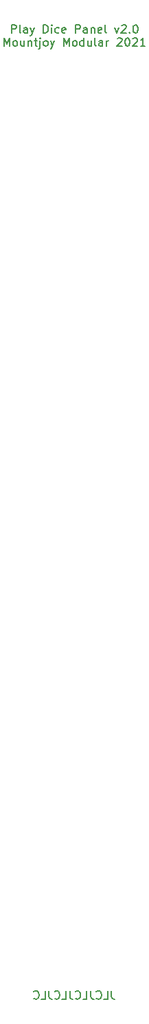
<source format=gbr>
%TF.GenerationSoftware,KiCad,Pcbnew,(5.99.0-12348-g4b436fb86d)*%
%TF.CreationDate,2021-09-23T15:24:10+01:00*%
%TF.ProjectId,Panel,50616e65-6c2e-46b6-9963-61645f706362,rev?*%
%TF.SameCoordinates,Original*%
%TF.FileFunction,Legend,Top*%
%TF.FilePolarity,Positive*%
%FSLAX46Y46*%
G04 Gerber Fmt 4.6, Leading zero omitted, Abs format (unit mm)*
G04 Created by KiCad (PCBNEW (5.99.0-12348-g4b436fb86d)) date 2021-09-23 15:24:10*
%MOMM*%
%LPD*%
G01*
G04 APERTURE LIST*
%ADD10C,0.150000*%
G04 APERTURE END LIST*
D10*
X115338095Y-45397380D02*
X115338095Y-44397380D01*
X115719047Y-44397380D01*
X115814285Y-44445000D01*
X115861904Y-44492619D01*
X115909523Y-44587857D01*
X115909523Y-44730714D01*
X115861904Y-44825952D01*
X115814285Y-44873571D01*
X115719047Y-44921190D01*
X115338095Y-44921190D01*
X116480952Y-45397380D02*
X116385714Y-45349761D01*
X116338095Y-45254523D01*
X116338095Y-44397380D01*
X117290476Y-45397380D02*
X117290476Y-44873571D01*
X117242857Y-44778333D01*
X117147619Y-44730714D01*
X116957142Y-44730714D01*
X116861904Y-44778333D01*
X117290476Y-45349761D02*
X117195238Y-45397380D01*
X116957142Y-45397380D01*
X116861904Y-45349761D01*
X116814285Y-45254523D01*
X116814285Y-45159285D01*
X116861904Y-45064047D01*
X116957142Y-45016428D01*
X117195238Y-45016428D01*
X117290476Y-44968809D01*
X117671428Y-44730714D02*
X117909523Y-45397380D01*
X118147619Y-44730714D02*
X117909523Y-45397380D01*
X117814285Y-45635476D01*
X117766666Y-45683095D01*
X117671428Y-45730714D01*
X119290476Y-45397380D02*
X119290476Y-44397380D01*
X119528571Y-44397380D01*
X119671428Y-44445000D01*
X119766666Y-44540238D01*
X119814285Y-44635476D01*
X119861904Y-44825952D01*
X119861904Y-44968809D01*
X119814285Y-45159285D01*
X119766666Y-45254523D01*
X119671428Y-45349761D01*
X119528571Y-45397380D01*
X119290476Y-45397380D01*
X120290476Y-45397380D02*
X120290476Y-44730714D01*
X120290476Y-44397380D02*
X120242857Y-44445000D01*
X120290476Y-44492619D01*
X120338095Y-44445000D01*
X120290476Y-44397380D01*
X120290476Y-44492619D01*
X121195238Y-45349761D02*
X121100000Y-45397380D01*
X120909523Y-45397380D01*
X120814285Y-45349761D01*
X120766666Y-45302142D01*
X120719047Y-45206904D01*
X120719047Y-44921190D01*
X120766666Y-44825952D01*
X120814285Y-44778333D01*
X120909523Y-44730714D01*
X121100000Y-44730714D01*
X121195238Y-44778333D01*
X122004761Y-45349761D02*
X121909523Y-45397380D01*
X121719047Y-45397380D01*
X121623809Y-45349761D01*
X121576190Y-45254523D01*
X121576190Y-44873571D01*
X121623809Y-44778333D01*
X121719047Y-44730714D01*
X121909523Y-44730714D01*
X122004761Y-44778333D01*
X122052380Y-44873571D01*
X122052380Y-44968809D01*
X121576190Y-45064047D01*
X123242857Y-45397380D02*
X123242857Y-44397380D01*
X123623809Y-44397380D01*
X123719047Y-44445000D01*
X123766666Y-44492619D01*
X123814285Y-44587857D01*
X123814285Y-44730714D01*
X123766666Y-44825952D01*
X123719047Y-44873571D01*
X123623809Y-44921190D01*
X123242857Y-44921190D01*
X124671428Y-45397380D02*
X124671428Y-44873571D01*
X124623809Y-44778333D01*
X124528571Y-44730714D01*
X124338095Y-44730714D01*
X124242857Y-44778333D01*
X124671428Y-45349761D02*
X124576190Y-45397380D01*
X124338095Y-45397380D01*
X124242857Y-45349761D01*
X124195238Y-45254523D01*
X124195238Y-45159285D01*
X124242857Y-45064047D01*
X124338095Y-45016428D01*
X124576190Y-45016428D01*
X124671428Y-44968809D01*
X125147619Y-44730714D02*
X125147619Y-45397380D01*
X125147619Y-44825952D02*
X125195238Y-44778333D01*
X125290476Y-44730714D01*
X125433333Y-44730714D01*
X125528571Y-44778333D01*
X125576190Y-44873571D01*
X125576190Y-45397380D01*
X126433333Y-45349761D02*
X126338095Y-45397380D01*
X126147619Y-45397380D01*
X126052380Y-45349761D01*
X126004761Y-45254523D01*
X126004761Y-44873571D01*
X126052380Y-44778333D01*
X126147619Y-44730714D01*
X126338095Y-44730714D01*
X126433333Y-44778333D01*
X126480952Y-44873571D01*
X126480952Y-44968809D01*
X126004761Y-45064047D01*
X127052380Y-45397380D02*
X126957142Y-45349761D01*
X126909523Y-45254523D01*
X126909523Y-44397380D01*
X128100000Y-44730714D02*
X128338095Y-45397380D01*
X128576190Y-44730714D01*
X128909523Y-44492619D02*
X128957142Y-44445000D01*
X129052380Y-44397380D01*
X129290476Y-44397380D01*
X129385714Y-44445000D01*
X129433333Y-44492619D01*
X129480952Y-44587857D01*
X129480952Y-44683095D01*
X129433333Y-44825952D01*
X128861904Y-45397380D01*
X129480952Y-45397380D01*
X129909523Y-45302142D02*
X129957142Y-45349761D01*
X129909523Y-45397380D01*
X129861904Y-45349761D01*
X129909523Y-45302142D01*
X129909523Y-45397380D01*
X130576190Y-44397380D02*
X130671428Y-44397380D01*
X130766666Y-44445000D01*
X130814285Y-44492619D01*
X130861904Y-44587857D01*
X130909523Y-44778333D01*
X130909523Y-45016428D01*
X130861904Y-45206904D01*
X130814285Y-45302142D01*
X130766666Y-45349761D01*
X130671428Y-45397380D01*
X130576190Y-45397380D01*
X130480952Y-45349761D01*
X130433333Y-45302142D01*
X130385714Y-45206904D01*
X130338095Y-45016428D01*
X130338095Y-44778333D01*
X130385714Y-44587857D01*
X130433333Y-44492619D01*
X130480952Y-44445000D01*
X130576190Y-44397380D01*
X114433333Y-47007380D02*
X114433333Y-46007380D01*
X114766666Y-46721666D01*
X115100000Y-46007380D01*
X115100000Y-47007380D01*
X115719047Y-47007380D02*
X115623809Y-46959761D01*
X115576190Y-46912142D01*
X115528571Y-46816904D01*
X115528571Y-46531190D01*
X115576190Y-46435952D01*
X115623809Y-46388333D01*
X115719047Y-46340714D01*
X115861904Y-46340714D01*
X115957142Y-46388333D01*
X116004761Y-46435952D01*
X116052380Y-46531190D01*
X116052380Y-46816904D01*
X116004761Y-46912142D01*
X115957142Y-46959761D01*
X115861904Y-47007380D01*
X115719047Y-47007380D01*
X116909523Y-46340714D02*
X116909523Y-47007380D01*
X116480952Y-46340714D02*
X116480952Y-46864523D01*
X116528571Y-46959761D01*
X116623809Y-47007380D01*
X116766666Y-47007380D01*
X116861904Y-46959761D01*
X116909523Y-46912142D01*
X117385714Y-46340714D02*
X117385714Y-47007380D01*
X117385714Y-46435952D02*
X117433333Y-46388333D01*
X117528571Y-46340714D01*
X117671428Y-46340714D01*
X117766666Y-46388333D01*
X117814285Y-46483571D01*
X117814285Y-47007380D01*
X118147619Y-46340714D02*
X118528571Y-46340714D01*
X118290476Y-46007380D02*
X118290476Y-46864523D01*
X118338095Y-46959761D01*
X118433333Y-47007380D01*
X118528571Y-47007380D01*
X118861904Y-46340714D02*
X118861904Y-47197857D01*
X118814285Y-47293095D01*
X118719047Y-47340714D01*
X118671428Y-47340714D01*
X118861904Y-46007380D02*
X118814285Y-46055000D01*
X118861904Y-46102619D01*
X118909523Y-46055000D01*
X118861904Y-46007380D01*
X118861904Y-46102619D01*
X119480952Y-47007380D02*
X119385714Y-46959761D01*
X119338095Y-46912142D01*
X119290476Y-46816904D01*
X119290476Y-46531190D01*
X119338095Y-46435952D01*
X119385714Y-46388333D01*
X119480952Y-46340714D01*
X119623809Y-46340714D01*
X119719047Y-46388333D01*
X119766666Y-46435952D01*
X119814285Y-46531190D01*
X119814285Y-46816904D01*
X119766666Y-46912142D01*
X119719047Y-46959761D01*
X119623809Y-47007380D01*
X119480952Y-47007380D01*
X120147619Y-46340714D02*
X120385714Y-47007380D01*
X120623809Y-46340714D02*
X120385714Y-47007380D01*
X120290476Y-47245476D01*
X120242857Y-47293095D01*
X120147619Y-47340714D01*
X121766666Y-47007380D02*
X121766666Y-46007380D01*
X122100000Y-46721666D01*
X122433333Y-46007380D01*
X122433333Y-47007380D01*
X123052380Y-47007380D02*
X122957142Y-46959761D01*
X122909523Y-46912142D01*
X122861904Y-46816904D01*
X122861904Y-46531190D01*
X122909523Y-46435952D01*
X122957142Y-46388333D01*
X123052380Y-46340714D01*
X123195238Y-46340714D01*
X123290476Y-46388333D01*
X123338095Y-46435952D01*
X123385714Y-46531190D01*
X123385714Y-46816904D01*
X123338095Y-46912142D01*
X123290476Y-46959761D01*
X123195238Y-47007380D01*
X123052380Y-47007380D01*
X124242857Y-47007380D02*
X124242857Y-46007380D01*
X124242857Y-46959761D02*
X124147619Y-47007380D01*
X123957142Y-47007380D01*
X123861904Y-46959761D01*
X123814285Y-46912142D01*
X123766666Y-46816904D01*
X123766666Y-46531190D01*
X123814285Y-46435952D01*
X123861904Y-46388333D01*
X123957142Y-46340714D01*
X124147619Y-46340714D01*
X124242857Y-46388333D01*
X125147619Y-46340714D02*
X125147619Y-47007380D01*
X124719047Y-46340714D02*
X124719047Y-46864523D01*
X124766666Y-46959761D01*
X124861904Y-47007380D01*
X125004761Y-47007380D01*
X125100000Y-46959761D01*
X125147619Y-46912142D01*
X125766666Y-47007380D02*
X125671428Y-46959761D01*
X125623809Y-46864523D01*
X125623809Y-46007380D01*
X126576190Y-47007380D02*
X126576190Y-46483571D01*
X126528571Y-46388333D01*
X126433333Y-46340714D01*
X126242857Y-46340714D01*
X126147619Y-46388333D01*
X126576190Y-46959761D02*
X126480952Y-47007380D01*
X126242857Y-47007380D01*
X126147619Y-46959761D01*
X126100000Y-46864523D01*
X126100000Y-46769285D01*
X126147619Y-46674047D01*
X126242857Y-46626428D01*
X126480952Y-46626428D01*
X126576190Y-46578809D01*
X127052380Y-47007380D02*
X127052380Y-46340714D01*
X127052380Y-46531190D02*
X127100000Y-46435952D01*
X127147619Y-46388333D01*
X127242857Y-46340714D01*
X127338095Y-46340714D01*
X128385714Y-46102619D02*
X128433333Y-46055000D01*
X128528571Y-46007380D01*
X128766666Y-46007380D01*
X128861904Y-46055000D01*
X128909523Y-46102619D01*
X128957142Y-46197857D01*
X128957142Y-46293095D01*
X128909523Y-46435952D01*
X128338095Y-47007380D01*
X128957142Y-47007380D01*
X129576190Y-46007380D02*
X129671428Y-46007380D01*
X129766666Y-46055000D01*
X129814285Y-46102619D01*
X129861904Y-46197857D01*
X129909523Y-46388333D01*
X129909523Y-46626428D01*
X129861904Y-46816904D01*
X129814285Y-46912142D01*
X129766666Y-46959761D01*
X129671428Y-47007380D01*
X129576190Y-47007380D01*
X129480952Y-46959761D01*
X129433333Y-46912142D01*
X129385714Y-46816904D01*
X129338095Y-46626428D01*
X129338095Y-46388333D01*
X129385714Y-46197857D01*
X129433333Y-46102619D01*
X129480952Y-46055000D01*
X129576190Y-46007380D01*
X130290476Y-46102619D02*
X130338095Y-46055000D01*
X130433333Y-46007380D01*
X130671428Y-46007380D01*
X130766666Y-46055000D01*
X130814285Y-46102619D01*
X130861904Y-46197857D01*
X130861904Y-46293095D01*
X130814285Y-46435952D01*
X130242857Y-47007380D01*
X130861904Y-47007380D01*
X131814285Y-47007380D02*
X131242857Y-47007380D01*
X131528571Y-47007380D02*
X131528571Y-46007380D01*
X131433333Y-46150238D01*
X131338095Y-46245476D01*
X131242857Y-46293095D01*
X127669047Y-163252380D02*
X127669047Y-163966666D01*
X127716666Y-164109523D01*
X127811904Y-164204761D01*
X127954761Y-164252380D01*
X128050000Y-164252380D01*
X126716666Y-164252380D02*
X127192857Y-164252380D01*
X127192857Y-163252380D01*
X125811904Y-164157142D02*
X125859523Y-164204761D01*
X126002380Y-164252380D01*
X126097619Y-164252380D01*
X126240476Y-164204761D01*
X126335714Y-164109523D01*
X126383333Y-164014285D01*
X126430952Y-163823809D01*
X126430952Y-163680952D01*
X126383333Y-163490476D01*
X126335714Y-163395238D01*
X126240476Y-163300000D01*
X126097619Y-163252380D01*
X126002380Y-163252380D01*
X125859523Y-163300000D01*
X125811904Y-163347619D01*
X125097619Y-163252380D02*
X125097619Y-163966666D01*
X125145238Y-164109523D01*
X125240476Y-164204761D01*
X125383333Y-164252380D01*
X125478571Y-164252380D01*
X124145238Y-164252380D02*
X124621428Y-164252380D01*
X124621428Y-163252380D01*
X123240476Y-164157142D02*
X123288095Y-164204761D01*
X123430952Y-164252380D01*
X123526190Y-164252380D01*
X123669047Y-164204761D01*
X123764285Y-164109523D01*
X123811904Y-164014285D01*
X123859523Y-163823809D01*
X123859523Y-163680952D01*
X123811904Y-163490476D01*
X123764285Y-163395238D01*
X123669047Y-163300000D01*
X123526190Y-163252380D01*
X123430952Y-163252380D01*
X123288095Y-163300000D01*
X123240476Y-163347619D01*
X122526190Y-163252380D02*
X122526190Y-163966666D01*
X122573809Y-164109523D01*
X122669047Y-164204761D01*
X122811904Y-164252380D01*
X122907142Y-164252380D01*
X121573809Y-164252380D02*
X122050000Y-164252380D01*
X122050000Y-163252380D01*
X120669047Y-164157142D02*
X120716666Y-164204761D01*
X120859523Y-164252380D01*
X120954761Y-164252380D01*
X121097619Y-164204761D01*
X121192857Y-164109523D01*
X121240476Y-164014285D01*
X121288095Y-163823809D01*
X121288095Y-163680952D01*
X121240476Y-163490476D01*
X121192857Y-163395238D01*
X121097619Y-163300000D01*
X120954761Y-163252380D01*
X120859523Y-163252380D01*
X120716666Y-163300000D01*
X120669047Y-163347619D01*
X119954761Y-163252380D02*
X119954761Y-163966666D01*
X120002380Y-164109523D01*
X120097619Y-164204761D01*
X120240476Y-164252380D01*
X120335714Y-164252380D01*
X119002380Y-164252380D02*
X119478571Y-164252380D01*
X119478571Y-163252380D01*
X118097619Y-164157142D02*
X118145238Y-164204761D01*
X118288095Y-164252380D01*
X118383333Y-164252380D01*
X118526190Y-164204761D01*
X118621428Y-164109523D01*
X118669047Y-164014285D01*
X118716666Y-163823809D01*
X118716666Y-163680952D01*
X118669047Y-163490476D01*
X118621428Y-163395238D01*
X118526190Y-163300000D01*
X118383333Y-163252380D01*
X118288095Y-163252380D01*
X118145238Y-163300000D01*
X118097619Y-163347619D01*
M02*

</source>
